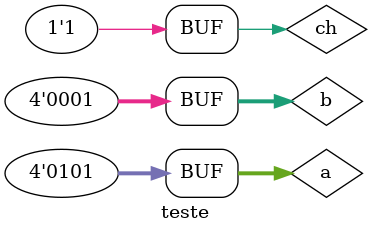
<source format=v>


module fulladder(cout, s0, a0, b0, cin);
	output cout, s0;
	input a0, b0, cin;
	wire c0,c1,c2; 
	
	xor xor1(c0, a0, b0);
	and and1(c1, a0, b0);
	
	xor xor2(s0, c0, cin);
	and and2(c2, c0, cin);
	
	or or1(cout, c1, c2);
	
endmodule //fulladder

// ---------------------
// -- adder completo
// ---------------------

module adder(flags,s,ch,a,b);
	output [4:0] s;
	output [1:0] flags;
	input [3:0] a , b;
	input ch;
	wire c1, c3, c5, c7,c9,x1,x2,x3,x4; 
	
	
	xor xor1(x1,ch,b[0]);
	xor xor2(x2,ch,b[1]);
	xor xor3(x3,ch,b[2]);
	xor xor4(x4,ch,b[3]);
	
	
	fulladder f1(c1, s[0], a[0], x1, ch);
	fulladder f2(c3, s[1], a[1], x2, c1);
	fulladder f3(c5, s[2], a[2], x3, c3);
	fulladder f4(c9, s[3], a[3], x4, c5);
	xor xor5(s[4],c9,ch);
	
	not not1(c7,c5);
	and and1(flags[1], c7, s[4]);
	
	nor nor1 (flags[0], s[4],s[3],s[2],s[1],s[0]);
	
endmodule //adder

// ---------------------
// -- comparador maior menor dif,igual,a,b
// ---------------------

module comparador(maior, menor, dif, igual,a,b);

	output maior, menor, dif, igual;
	input [3:0] a , b;
	
	wire a1,a2,a3,a4,a5,a6,a7,a8,a10,a11,a12,a13,a14,a15,o1,o2,o3,o4;
	
	and and1(a1, ~a[0], b[0]);
	and and2(a2, a[0], ~b[0]);
	and and3(a3, ~a[1], b[1]);
	and and4(a4, a[1], ~b[1]);
	and and5(a5, ~a[2], b[2]);
	and and6(a6, a[2], ~b[2]);
	and and7(a7, ~a[3], b[3]);
	and and8(a8, a[3], ~b[3]);
	
	nor nor1(o1,a1,a2);
	nor nor2(o2,a3,a4);
	nor nor3(o3,a5,a6);
	nor nor4(o4,a7,a8);
	
	and and10(a10,a3,o1);
	and and11(a11,a4,o1);
	and and12(a12,a5,o1,o2);
	and and13(a13,a6,o1,o2);
	and and14(a14,a7,o1,o2,o3);
	and and15(a15,a8,o1,o2,o3);
	and and16(igual,o1,o2,o3,o4);
	
	assign dif = ~igual;
	
	or or10(menor,a1,a10,a12,a14); 
	or or11(maior,a2,a11,a13,a15);
	
endmodule //comparador
	
// ---------------------
// -- teste
// ---------------------
module teste;

	wire[4:0] s;
	wire[1:0] f;
	wire maior,menor,dif,igual;
	reg[3:0] a,b;
	reg ch;
	
	adder A1(f,s,ch, a, b);
	comparador c1(maior, menor, dif, igual,a,b);
	
	initial begin
		
		$display("Bruno Calil Nicoliello Moreira - 405790");
      $display("Teste ALU");
		$display("ch  A    B   =  S      M m D I O Z");
		$monitor("%b %4b  %4b =  %5b  %b %b %b %b %b %b", ch,a, b, s,  maior,menor,dif,igual,f[1],f[0]);
		#1 ch=1; a=0; b=1; 
		#1 ch=0; a=1; b=1; 
		#1 ch=1; a=2; b=1;
		#1 ch=1; a=2; b=0; 
		#1 ch=0; a=3; b=1; 
		#1 ch=1; a=3; b=2;
		#1 ch=1; a=3; b=3; 
		#1 ch=0; a=4; b=1; 
		#1 ch=1; a=4; b=2;
		#1 ch=1; a=4; b=3; 
		#1 ch=0; a=4; b=4; 
		#1 ch=1; a=5; b=1; 
	end
	
endmodule //teste		
	
</source>
